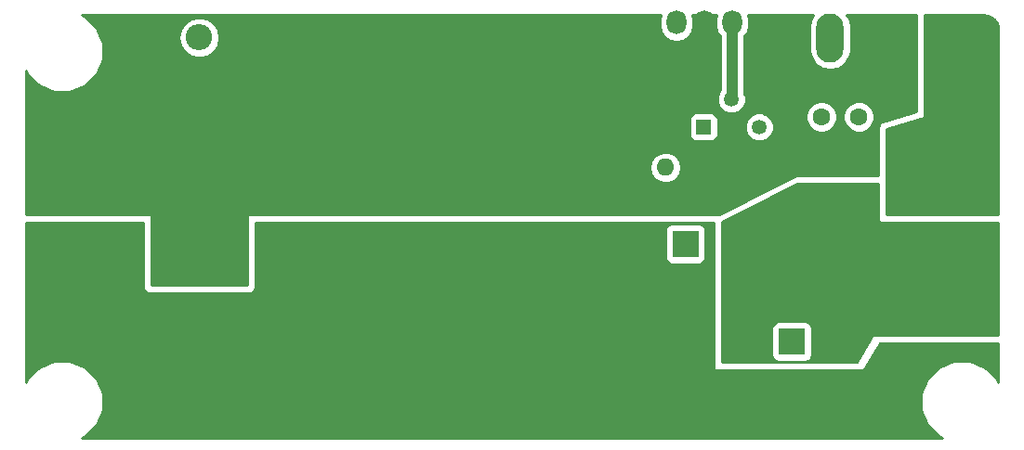
<source format=gtl>
G04 #@! TF.GenerationSoftware,KiCad,Pcbnew,(5.0.0-3-g5ebb6b6)*
G04 #@! TF.CreationDate,2018-08-10T20:06:04-07:00*
G04 #@! TF.ProjectId,juma-adj-cx,6A756D612D61646A2D63782E6B696361,rev?*
G04 #@! TF.SameCoordinates,Original*
G04 #@! TF.FileFunction,Copper,L1,Top,Signal*
G04 #@! TF.FilePolarity,Positive*
%FSLAX46Y46*%
G04 Gerber Fmt 4.6, Leading zero omitted, Abs format (unit mm)*
G04 Created by KiCad (PCBNEW (5.0.0-3-g5ebb6b6)) date Friday, August 10, 2018 at 08:06:04 PM*
%MOMM*%
%LPD*%
G01*
G04 APERTURE LIST*
G04 #@! TA.AperFunction,ComponentPad*
%ADD10R,2.400000X2.400000*%
G04 #@! TD*
G04 #@! TA.AperFunction,ComponentPad*
%ADD11C,2.400000*%
G04 #@! TD*
G04 #@! TA.AperFunction,ComponentPad*
%ADD12R,4.000000X4.000000*%
G04 #@! TD*
G04 #@! TA.AperFunction,ComponentPad*
%ADD13C,4.000000*%
G04 #@! TD*
G04 #@! TA.AperFunction,ComponentPad*
%ADD14O,8.500000X3.400000*%
G04 #@! TD*
G04 #@! TA.AperFunction,ComponentPad*
%ADD15C,2.000000*%
G04 #@! TD*
G04 #@! TA.AperFunction,ComponentPad*
%ADD16O,2.500000X4.500000*%
G04 #@! TD*
G04 #@! TA.AperFunction,ComponentPad*
%ADD17O,1.800000X2.200000*%
G04 #@! TD*
G04 #@! TA.AperFunction,ComponentPad*
%ADD18R,1.346200X1.346200*%
G04 #@! TD*
G04 #@! TA.AperFunction,ComponentPad*
%ADD19C,1.346200*%
G04 #@! TD*
G04 #@! TA.AperFunction,ComponentPad*
%ADD20O,2.400000X2.400000*%
G04 #@! TD*
G04 #@! TA.AperFunction,ComponentPad*
%ADD21C,1.600000*%
G04 #@! TD*
G04 #@! TA.AperFunction,ComponentPad*
%ADD22O,1.600000X1.600000*%
G04 #@! TD*
G04 #@! TA.AperFunction,ViaPad*
%ADD23C,0.800000*%
G04 #@! TD*
G04 #@! TA.AperFunction,Conductor*
%ADD24C,1.000000*%
G04 #@! TD*
G04 #@! TA.AperFunction,Conductor*
%ADD25C,0.254000*%
G04 #@! TD*
G04 APERTURE END LIST*
D10*
G04 #@! TO.P,C3,1*
G04 #@! TO.N,Net-(C3-Pad1)*
X140800000Y-111600000D03*
D11*
G04 #@! TO.P,C3,2*
G04 #@! TO.N,Net-(C1-Pad2)*
X145800000Y-111600000D03*
G04 #@! TD*
G04 #@! TO.P,C4,2*
G04 #@! TO.N,Net-(C1-Pad2)*
X155500000Y-120500000D03*
D10*
G04 #@! TO.P,C4,1*
G04 #@! TO.N,Net-(C4-Pad1)*
X150500000Y-120500000D03*
G04 #@! TD*
D12*
G04 #@! TO.P,C2,1*
G04 #@! TO.N,Net-(C1-Pad1)*
X119000000Y-105000000D03*
D13*
G04 #@! TO.P,C2,2*
G04 #@! TO.N,Net-(C1-Pad2)*
X119000000Y-115000000D03*
G04 #@! TD*
D14*
G04 #@! TO.P,J4,1*
G04 #@! TO.N,Net-(C1-Pad2)*
X164000000Y-114000000D03*
D15*
X161460000Y-114000000D03*
G04 #@! TD*
D14*
G04 #@! TO.P,J2,1*
G04 #@! TO.N,Net-(C1-Pad2)*
X86000000Y-114000000D03*
D15*
X83460000Y-114000000D03*
G04 #@! TD*
D14*
G04 #@! TO.P,J3,1*
G04 #@! TO.N,Net-(J3-Pad1)*
X164000000Y-105000000D03*
D15*
X161460000Y-105000000D03*
G04 #@! TD*
D14*
G04 #@! TO.P,J1,1*
G04 #@! TO.N,Net-(C1-Pad1)*
X86000000Y-105000000D03*
D15*
X83460000Y-105000000D03*
G04 #@! TD*
D16*
G04 #@! TO.P,Q2,1*
G04 #@! TO.N,Net-(Q1-Pad1)*
X154000000Y-92800000D03*
G04 #@! TO.P,Q2,2*
G04 #@! TO.N,Net-(C1-Pad1)*
X159450000Y-92800000D03*
G04 #@! TO.P,Q2,3*
G04 #@! TO.N,Net-(J3-Pad1)*
X164900000Y-92800000D03*
G04 #@! TD*
D11*
G04 #@! TO.P,C1,2*
G04 #@! TO.N,Net-(C1-Pad2)*
X96500000Y-127000000D03*
G04 #@! TO.P,C1,1*
G04 #@! TO.N,Net-(C1-Pad1)*
X96500000Y-112000000D03*
G04 #@! TD*
D17*
G04 #@! TO.P,Q1,1*
G04 #@! TO.N,Net-(Q1-Pad1)*
X140000000Y-91400000D03*
G04 #@! TO.P,Q1,2*
G04 #@! TO.N,Net-(C1-Pad1)*
X142540000Y-91400000D03*
G04 #@! TO.P,Q1,3*
G04 #@! TO.N,Net-(C4-Pad1)*
X145080000Y-91400000D03*
G04 #@! TD*
D18*
G04 #@! TO.P,RV1,1*
G04 #@! TO.N,Net-(C3-Pad1)*
X142460000Y-100923800D03*
D19*
G04 #@! TO.P,RV1,2*
G04 #@! TO.N,Net-(C4-Pad1)*
X145000000Y-98383800D03*
G04 #@! TO.P,RV1,3*
G04 #@! TO.N,Net-(R3-Pad1)*
X147540000Y-100923800D03*
G04 #@! TD*
D11*
G04 #@! TO.P,R1,1*
G04 #@! TO.N,Net-(C1-Pad1)*
X96500000Y-108000000D03*
D20*
G04 #@! TO.P,R1,2*
G04 #@! TO.N,Net-(C1-Pad2)*
X96500000Y-92760000D03*
G04 #@! TD*
D21*
G04 #@! TO.P,R2,1*
G04 #@! TO.N,Net-(C1-Pad1)*
X139000000Y-97000000D03*
D22*
G04 #@! TO.P,R2,2*
G04 #@! TO.N,Net-(C3-Pad1)*
X139000000Y-104620000D03*
G04 #@! TD*
G04 #@! TO.P,R3,2*
G04 #@! TO.N,Net-(C1-Pad2)*
X153200000Y-107620000D03*
D21*
G04 #@! TO.P,R3,1*
G04 #@! TO.N,Net-(R3-Pad1)*
X153200000Y-100000000D03*
G04 #@! TD*
G04 #@! TO.P,R4,1*
G04 #@! TO.N,Net-(Q1-Pad1)*
X156600000Y-100000000D03*
D22*
G04 #@! TO.P,R4,2*
G04 #@! TO.N,Net-(C1-Pad2)*
X156600000Y-107620000D03*
G04 #@! TD*
D23*
G04 #@! TO.N,Net-(C1-Pad2)*
X84000000Y-111000000D03*
X86000000Y-110000000D03*
X88000000Y-111000000D03*
X90000000Y-110000000D03*
X160000000Y-111000000D03*
X164000000Y-111000000D03*
X166000000Y-110000000D03*
X168000000Y-111000000D03*
X84000000Y-118000000D03*
X88000000Y-118000000D03*
X136000000Y-118000000D03*
X160000000Y-117000000D03*
X168000000Y-117000000D03*
X84000000Y-120000000D03*
X86000000Y-119000000D03*
X88000000Y-120000000D03*
X102000000Y-119000000D03*
X136000000Y-120000000D03*
X138000000Y-119000000D03*
X162000000Y-118000000D03*
X166000000Y-118000000D03*
X86000000Y-121000000D03*
X88000000Y-122000000D03*
X102000000Y-121000000D03*
X104000000Y-122000000D03*
X134000000Y-121000000D03*
X138000000Y-121000000D03*
X140000000Y-122000000D03*
X102000000Y-123000000D03*
X104000000Y-124000000D03*
X106000000Y-123000000D03*
X132000000Y-124000000D03*
X134000000Y-123000000D03*
X138000000Y-123000000D03*
X140000000Y-124000000D03*
X144000000Y-124000000D03*
X160000000Y-124000000D03*
X102000000Y-125000000D03*
X104000000Y-126000000D03*
X106000000Y-125000000D03*
X108000000Y-126000000D03*
X128000000Y-126000000D03*
X130000000Y-125000000D03*
X132000000Y-126000000D03*
X134000000Y-125000000D03*
X136000000Y-126000000D03*
X138000000Y-125000000D03*
X140000000Y-126000000D03*
X142000000Y-125000000D03*
X144000000Y-126000000D03*
X160000000Y-126000000D03*
X102000000Y-127000000D03*
X104000000Y-128000000D03*
X106000000Y-127000000D03*
X108000000Y-128000000D03*
X110000000Y-127000000D03*
X112000000Y-128000000D03*
X120400000Y-128000000D03*
X124000000Y-128000000D03*
X126000000Y-127000000D03*
X128000000Y-128000000D03*
X130000000Y-127000000D03*
X132000000Y-128000000D03*
X134000000Y-127000000D03*
X136000000Y-128000000D03*
X138000000Y-127000000D03*
X140000000Y-128000000D03*
X142000000Y-127000000D03*
X144000000Y-128000000D03*
X162000000Y-129000000D03*
X82000000Y-121000000D03*
X82000000Y-119000000D03*
X82000000Y-117000000D03*
X82000000Y-112000000D03*
X82000000Y-110000000D03*
X90000000Y-112000000D03*
X102000000Y-117000000D03*
X164000000Y-117000000D03*
X142000000Y-123000000D03*
X156000000Y-128000000D03*
X136000000Y-124000000D03*
X136000000Y-122000000D03*
X138000000Y-117000000D03*
X140000000Y-120000000D03*
X140000000Y-118000000D03*
X142000000Y-121000000D03*
X142000000Y-119000000D03*
X162000000Y-123000000D03*
X160000000Y-128000000D03*
X150000000Y-129000000D03*
X152000000Y-128000000D03*
X150000000Y-127000000D03*
X146000000Y-127000000D03*
X146000000Y-125000000D03*
X146000000Y-129000000D03*
X148000000Y-128000000D03*
X148000000Y-126000000D03*
X158000000Y-129000000D03*
X158000000Y-127000000D03*
X154000000Y-129000000D03*
X142000000Y-129000000D03*
X138000000Y-129000000D03*
X134000000Y-129000000D03*
X130000000Y-129000000D03*
X126000000Y-129000000D03*
X110000000Y-129000000D03*
X106000000Y-129000000D03*
X102000000Y-129000000D03*
X114000000Y-129000000D03*
X118000000Y-129000000D03*
X116000000Y-128000000D03*
X122000000Y-129000000D03*
X86000000Y-117000000D03*
X88000000Y-124000000D03*
X88000000Y-128000000D03*
X90000000Y-121000000D03*
X90000000Y-119000000D03*
X90000000Y-117000000D03*
X90000000Y-125000000D03*
X90000000Y-127000000D03*
X90000000Y-123000000D03*
X90000000Y-129000000D03*
X160000000Y-122000000D03*
X162000000Y-121000000D03*
X166000000Y-121000000D03*
X164000000Y-122000000D03*
X168000000Y-122000000D03*
X162000000Y-110000000D03*
X86000000Y-110000000D03*
G04 #@! TD*
D24*
G04 #@! TO.N,Net-(C4-Pad1)*
X145080000Y-98303800D02*
X145000000Y-98383800D01*
X145080000Y-91100000D02*
X145080000Y-98303800D01*
G04 #@! TD*
D25*
G04 #@! TO.N,Net-(J3-Pad1)*
G36*
X168362294Y-90761047D02*
X168695467Y-90912531D01*
X168972728Y-91151435D01*
X169171794Y-91458556D01*
X169283613Y-91832455D01*
X169298001Y-92026065D01*
X169298001Y-108873000D01*
X159127000Y-108873000D01*
X159127000Y-101095797D01*
X162534890Y-100122114D01*
X162578965Y-100099467D01*
X162611018Y-100061677D01*
X162627000Y-100000000D01*
X162627000Y-90702000D01*
X167949988Y-90702000D01*
X168362294Y-90761047D01*
X168362294Y-90761047D01*
G37*
X168362294Y-90761047D02*
X168695467Y-90912531D01*
X168972728Y-91151435D01*
X169171794Y-91458556D01*
X169283613Y-91832455D01*
X169298001Y-92026065D01*
X169298001Y-108873000D01*
X159127000Y-108873000D01*
X159127000Y-101095797D01*
X162534890Y-100122114D01*
X162578965Y-100099467D01*
X162611018Y-100061677D01*
X162627000Y-100000000D01*
X162627000Y-90702000D01*
X167949988Y-90702000D01*
X168362294Y-90761047D01*
G04 #@! TO.N,Net-(C1-Pad1)*
G36*
X138473000Y-91049608D02*
X138473000Y-91750393D01*
X138561598Y-92195806D01*
X138899095Y-92700905D01*
X139404195Y-93038402D01*
X140000000Y-93156915D01*
X140595806Y-93038402D01*
X141100905Y-92700905D01*
X141438402Y-92195805D01*
X141527000Y-91750392D01*
X141527000Y-91049607D01*
X141457857Y-90702000D01*
X143622143Y-90702000D01*
X143553000Y-91049608D01*
X143553000Y-91750393D01*
X143641598Y-92195806D01*
X143953000Y-92661851D01*
X143953001Y-97592181D01*
X143897829Y-97647353D01*
X143699900Y-98125194D01*
X143699900Y-98642406D01*
X143897829Y-99120247D01*
X144263553Y-99485971D01*
X144741394Y-99683900D01*
X145258606Y-99683900D01*
X145736447Y-99485971D01*
X146102171Y-99120247D01*
X146300100Y-98642406D01*
X146300100Y-98125194D01*
X146207000Y-97900432D01*
X146207000Y-92661851D01*
X146518402Y-92195805D01*
X146607000Y-91750392D01*
X146607000Y-91049607D01*
X146537857Y-90702000D01*
X152476212Y-90702000D01*
X152231905Y-91067632D01*
X152123000Y-91615135D01*
X152123001Y-93984866D01*
X152231906Y-94532369D01*
X152646760Y-95153241D01*
X153267632Y-95568095D01*
X154000000Y-95713772D01*
X154732369Y-95568095D01*
X155353241Y-95153241D01*
X155768095Y-94532369D01*
X155877000Y-93984866D01*
X155877000Y-91615134D01*
X155768095Y-91067631D01*
X155523788Y-90702000D01*
X161873000Y-90702000D01*
X161873000Y-99527053D01*
X158827750Y-100397124D01*
X158556644Y-100556644D01*
X158420728Y-100760057D01*
X158373000Y-101000000D01*
X158373000Y-105373000D01*
X151000000Y-105373000D01*
X150719597Y-105439194D01*
X143851985Y-108873000D01*
X101000000Y-108873000D01*
X100951399Y-108882667D01*
X100910197Y-108910197D01*
X100882667Y-108951399D01*
X100873000Y-109000000D01*
X100873000Y-115373000D01*
X92127000Y-115373000D01*
X92127000Y-109000000D01*
X92117333Y-108951399D01*
X92089803Y-108910197D01*
X92048601Y-108882667D01*
X92000000Y-108873000D01*
X80702000Y-108873000D01*
X80702000Y-104620000D01*
X137545044Y-104620000D01*
X137655796Y-105176788D01*
X137971191Y-105648809D01*
X138443212Y-105964204D01*
X138859456Y-106047000D01*
X139140544Y-106047000D01*
X139556788Y-105964204D01*
X140028809Y-105648809D01*
X140344204Y-105176788D01*
X140454956Y-104620000D01*
X140344204Y-104063212D01*
X140028809Y-103591191D01*
X139556788Y-103275796D01*
X139140544Y-103193000D01*
X138859456Y-103193000D01*
X138443212Y-103275796D01*
X137971191Y-103591191D01*
X137655796Y-104063212D01*
X137545044Y-104620000D01*
X80702000Y-104620000D01*
X80702000Y-100250700D01*
X141147617Y-100250700D01*
X141147617Y-101596900D01*
X141196280Y-101841543D01*
X141334859Y-102048941D01*
X141542257Y-102187520D01*
X141786900Y-102236183D01*
X143133100Y-102236183D01*
X143377743Y-102187520D01*
X143585141Y-102048941D01*
X143723720Y-101841543D01*
X143772383Y-101596900D01*
X143772383Y-100665194D01*
X146239900Y-100665194D01*
X146239900Y-101182406D01*
X146437829Y-101660247D01*
X146803553Y-102025971D01*
X147281394Y-102223900D01*
X147798606Y-102223900D01*
X148276447Y-102025971D01*
X148642171Y-101660247D01*
X148840100Y-101182406D01*
X148840100Y-100665194D01*
X148642171Y-100187353D01*
X148276447Y-99821629D01*
X148021804Y-99716152D01*
X151773000Y-99716152D01*
X151773000Y-100283848D01*
X151990247Y-100808331D01*
X152391669Y-101209753D01*
X152916152Y-101427000D01*
X153483848Y-101427000D01*
X154008331Y-101209753D01*
X154409753Y-100808331D01*
X154627000Y-100283848D01*
X154627000Y-99716152D01*
X155173000Y-99716152D01*
X155173000Y-100283848D01*
X155390247Y-100808331D01*
X155791669Y-101209753D01*
X156316152Y-101427000D01*
X156883848Y-101427000D01*
X157408331Y-101209753D01*
X157809753Y-100808331D01*
X158027000Y-100283848D01*
X158027000Y-99716152D01*
X157809753Y-99191669D01*
X157408331Y-98790247D01*
X156883848Y-98573000D01*
X156316152Y-98573000D01*
X155791669Y-98790247D01*
X155390247Y-99191669D01*
X155173000Y-99716152D01*
X154627000Y-99716152D01*
X154409753Y-99191669D01*
X154008331Y-98790247D01*
X153483848Y-98573000D01*
X152916152Y-98573000D01*
X152391669Y-98790247D01*
X151990247Y-99191669D01*
X151773000Y-99716152D01*
X148021804Y-99716152D01*
X147798606Y-99623700D01*
X147281394Y-99623700D01*
X146803553Y-99821629D01*
X146437829Y-100187353D01*
X146239900Y-100665194D01*
X143772383Y-100665194D01*
X143772383Y-100250700D01*
X143723720Y-100006057D01*
X143585141Y-99798659D01*
X143377743Y-99660080D01*
X143133100Y-99611417D01*
X141786900Y-99611417D01*
X141542257Y-99660080D01*
X141334859Y-99798659D01*
X141196280Y-100006057D01*
X141147617Y-100250700D01*
X80702000Y-100250700D01*
X80702000Y-95777044D01*
X80840402Y-96111176D01*
X81888824Y-97159598D01*
X83258654Y-97727000D01*
X84741346Y-97727000D01*
X86111176Y-97159598D01*
X87159598Y-96111176D01*
X87727000Y-94741346D01*
X87727000Y-93258654D01*
X87520451Y-92760000D01*
X94637207Y-92760000D01*
X94779004Y-93472860D01*
X95182806Y-94077194D01*
X95787140Y-94480996D01*
X96320057Y-94587000D01*
X96679943Y-94587000D01*
X97212860Y-94480996D01*
X97817194Y-94077194D01*
X98220996Y-93472860D01*
X98362793Y-92760000D01*
X98220996Y-92047140D01*
X97817194Y-91442806D01*
X97212860Y-91039004D01*
X96679943Y-90933000D01*
X96320057Y-90933000D01*
X95787140Y-91039004D01*
X95182806Y-91442806D01*
X94779004Y-92047140D01*
X94637207Y-92760000D01*
X87520451Y-92760000D01*
X87159598Y-91888824D01*
X86111176Y-90840402D01*
X85777044Y-90702000D01*
X138542143Y-90702000D01*
X138473000Y-91049608D01*
X138473000Y-91049608D01*
G37*
X138473000Y-91049608D02*
X138473000Y-91750393D01*
X138561598Y-92195806D01*
X138899095Y-92700905D01*
X139404195Y-93038402D01*
X140000000Y-93156915D01*
X140595806Y-93038402D01*
X141100905Y-92700905D01*
X141438402Y-92195805D01*
X141527000Y-91750392D01*
X141527000Y-91049607D01*
X141457857Y-90702000D01*
X143622143Y-90702000D01*
X143553000Y-91049608D01*
X143553000Y-91750393D01*
X143641598Y-92195806D01*
X143953000Y-92661851D01*
X143953001Y-97592181D01*
X143897829Y-97647353D01*
X143699900Y-98125194D01*
X143699900Y-98642406D01*
X143897829Y-99120247D01*
X144263553Y-99485971D01*
X144741394Y-99683900D01*
X145258606Y-99683900D01*
X145736447Y-99485971D01*
X146102171Y-99120247D01*
X146300100Y-98642406D01*
X146300100Y-98125194D01*
X146207000Y-97900432D01*
X146207000Y-92661851D01*
X146518402Y-92195805D01*
X146607000Y-91750392D01*
X146607000Y-91049607D01*
X146537857Y-90702000D01*
X152476212Y-90702000D01*
X152231905Y-91067632D01*
X152123000Y-91615135D01*
X152123001Y-93984866D01*
X152231906Y-94532369D01*
X152646760Y-95153241D01*
X153267632Y-95568095D01*
X154000000Y-95713772D01*
X154732369Y-95568095D01*
X155353241Y-95153241D01*
X155768095Y-94532369D01*
X155877000Y-93984866D01*
X155877000Y-91615134D01*
X155768095Y-91067631D01*
X155523788Y-90702000D01*
X161873000Y-90702000D01*
X161873000Y-99527053D01*
X158827750Y-100397124D01*
X158556644Y-100556644D01*
X158420728Y-100760057D01*
X158373000Y-101000000D01*
X158373000Y-105373000D01*
X151000000Y-105373000D01*
X150719597Y-105439194D01*
X143851985Y-108873000D01*
X101000000Y-108873000D01*
X100951399Y-108882667D01*
X100910197Y-108910197D01*
X100882667Y-108951399D01*
X100873000Y-109000000D01*
X100873000Y-115373000D01*
X92127000Y-115373000D01*
X92127000Y-109000000D01*
X92117333Y-108951399D01*
X92089803Y-108910197D01*
X92048601Y-108882667D01*
X92000000Y-108873000D01*
X80702000Y-108873000D01*
X80702000Y-104620000D01*
X137545044Y-104620000D01*
X137655796Y-105176788D01*
X137971191Y-105648809D01*
X138443212Y-105964204D01*
X138859456Y-106047000D01*
X139140544Y-106047000D01*
X139556788Y-105964204D01*
X140028809Y-105648809D01*
X140344204Y-105176788D01*
X140454956Y-104620000D01*
X140344204Y-104063212D01*
X140028809Y-103591191D01*
X139556788Y-103275796D01*
X139140544Y-103193000D01*
X138859456Y-103193000D01*
X138443212Y-103275796D01*
X137971191Y-103591191D01*
X137655796Y-104063212D01*
X137545044Y-104620000D01*
X80702000Y-104620000D01*
X80702000Y-100250700D01*
X141147617Y-100250700D01*
X141147617Y-101596900D01*
X141196280Y-101841543D01*
X141334859Y-102048941D01*
X141542257Y-102187520D01*
X141786900Y-102236183D01*
X143133100Y-102236183D01*
X143377743Y-102187520D01*
X143585141Y-102048941D01*
X143723720Y-101841543D01*
X143772383Y-101596900D01*
X143772383Y-100665194D01*
X146239900Y-100665194D01*
X146239900Y-101182406D01*
X146437829Y-101660247D01*
X146803553Y-102025971D01*
X147281394Y-102223900D01*
X147798606Y-102223900D01*
X148276447Y-102025971D01*
X148642171Y-101660247D01*
X148840100Y-101182406D01*
X148840100Y-100665194D01*
X148642171Y-100187353D01*
X148276447Y-99821629D01*
X148021804Y-99716152D01*
X151773000Y-99716152D01*
X151773000Y-100283848D01*
X151990247Y-100808331D01*
X152391669Y-101209753D01*
X152916152Y-101427000D01*
X153483848Y-101427000D01*
X154008331Y-101209753D01*
X154409753Y-100808331D01*
X154627000Y-100283848D01*
X154627000Y-99716152D01*
X155173000Y-99716152D01*
X155173000Y-100283848D01*
X155390247Y-100808331D01*
X155791669Y-101209753D01*
X156316152Y-101427000D01*
X156883848Y-101427000D01*
X157408331Y-101209753D01*
X157809753Y-100808331D01*
X158027000Y-100283848D01*
X158027000Y-99716152D01*
X157809753Y-99191669D01*
X157408331Y-98790247D01*
X156883848Y-98573000D01*
X156316152Y-98573000D01*
X155791669Y-98790247D01*
X155390247Y-99191669D01*
X155173000Y-99716152D01*
X154627000Y-99716152D01*
X154409753Y-99191669D01*
X154008331Y-98790247D01*
X153483848Y-98573000D01*
X152916152Y-98573000D01*
X152391669Y-98790247D01*
X151990247Y-99191669D01*
X151773000Y-99716152D01*
X148021804Y-99716152D01*
X147798606Y-99623700D01*
X147281394Y-99623700D01*
X146803553Y-99821629D01*
X146437829Y-100187353D01*
X146239900Y-100665194D01*
X143772383Y-100665194D01*
X143772383Y-100250700D01*
X143723720Y-100006057D01*
X143585141Y-99798659D01*
X143377743Y-99660080D01*
X143133100Y-99611417D01*
X141786900Y-99611417D01*
X141542257Y-99660080D01*
X141334859Y-99798659D01*
X141196280Y-100006057D01*
X141147617Y-100250700D01*
X80702000Y-100250700D01*
X80702000Y-95777044D01*
X80840402Y-96111176D01*
X81888824Y-97159598D01*
X83258654Y-97727000D01*
X84741346Y-97727000D01*
X86111176Y-97159598D01*
X87159598Y-96111176D01*
X87727000Y-94741346D01*
X87727000Y-93258654D01*
X87520451Y-92760000D01*
X94637207Y-92760000D01*
X94779004Y-93472860D01*
X95182806Y-94077194D01*
X95787140Y-94480996D01*
X96320057Y-94587000D01*
X96679943Y-94587000D01*
X97212860Y-94480996D01*
X97817194Y-94077194D01*
X98220996Y-93472860D01*
X98362793Y-92760000D01*
X98220996Y-92047140D01*
X97817194Y-91442806D01*
X97212860Y-91039004D01*
X96679943Y-90933000D01*
X96320057Y-90933000D01*
X95787140Y-91039004D01*
X95182806Y-91442806D01*
X94779004Y-92047140D01*
X94637207Y-92760000D01*
X87520451Y-92760000D01*
X87159598Y-91888824D01*
X86111176Y-90840402D01*
X85777044Y-90702000D01*
X138542143Y-90702000D01*
X138473000Y-91049608D01*
G04 #@! TO.N,Net-(C1-Pad2)*
G36*
X158373000Y-109500000D02*
X158382667Y-109548601D01*
X158410197Y-109589803D01*
X158451399Y-109617333D01*
X158500000Y-109627000D01*
X169298000Y-109627000D01*
X169298000Y-119873000D01*
X158000000Y-119873000D01*
X157951399Y-119882667D01*
X157910197Y-119910197D01*
X157891098Y-119934659D01*
X156428093Y-122373000D01*
X144127000Y-122373000D01*
X144127000Y-119300000D01*
X148660717Y-119300000D01*
X148660717Y-121700000D01*
X148709380Y-121944643D01*
X148847959Y-122152041D01*
X149055357Y-122290620D01*
X149300000Y-122339283D01*
X151700000Y-122339283D01*
X151944643Y-122290620D01*
X152152041Y-122152041D01*
X152290620Y-121944643D01*
X152339283Y-121700000D01*
X152339283Y-119300000D01*
X152290620Y-119055357D01*
X152152041Y-118847959D01*
X151944643Y-118709380D01*
X151700000Y-118660717D01*
X149300000Y-118660717D01*
X149055357Y-118709380D01*
X148847959Y-118847959D01*
X148709380Y-119055357D01*
X148660717Y-119300000D01*
X144127000Y-119300000D01*
X144127000Y-109578490D01*
X151029980Y-106127000D01*
X158373000Y-106127000D01*
X158373000Y-109500000D01*
X158373000Y-109500000D01*
G37*
X158373000Y-109500000D02*
X158382667Y-109548601D01*
X158410197Y-109589803D01*
X158451399Y-109617333D01*
X158500000Y-109627000D01*
X169298000Y-109627000D01*
X169298000Y-119873000D01*
X158000000Y-119873000D01*
X157951399Y-119882667D01*
X157910197Y-119910197D01*
X157891098Y-119934659D01*
X156428093Y-122373000D01*
X144127000Y-122373000D01*
X144127000Y-119300000D01*
X148660717Y-119300000D01*
X148660717Y-121700000D01*
X148709380Y-121944643D01*
X148847959Y-122152041D01*
X149055357Y-122290620D01*
X149300000Y-122339283D01*
X151700000Y-122339283D01*
X151944643Y-122290620D01*
X152152041Y-122152041D01*
X152290620Y-121944643D01*
X152339283Y-121700000D01*
X152339283Y-119300000D01*
X152290620Y-119055357D01*
X152152041Y-118847959D01*
X151944643Y-118709380D01*
X151700000Y-118660717D01*
X149300000Y-118660717D01*
X149055357Y-118709380D01*
X148847959Y-118847959D01*
X148709380Y-119055357D01*
X148660717Y-119300000D01*
X144127000Y-119300000D01*
X144127000Y-109578490D01*
X151029980Y-106127000D01*
X158373000Y-106127000D01*
X158373000Y-109500000D01*
G36*
X91373000Y-115500000D02*
X91420728Y-115739943D01*
X91556644Y-115943356D01*
X91760057Y-116079272D01*
X92000000Y-116127000D01*
X101000000Y-116127000D01*
X101239943Y-116079272D01*
X101443356Y-115943356D01*
X101579272Y-115739943D01*
X101627000Y-115500000D01*
X101627000Y-110400000D01*
X138960717Y-110400000D01*
X138960717Y-112800000D01*
X139009380Y-113044643D01*
X139147959Y-113252041D01*
X139355357Y-113390620D01*
X139600000Y-113439283D01*
X142000000Y-113439283D01*
X142244643Y-113390620D01*
X142452041Y-113252041D01*
X142590620Y-113044643D01*
X142639283Y-112800000D01*
X142639283Y-110400000D01*
X142590620Y-110155357D01*
X142452041Y-109947959D01*
X142244643Y-109809380D01*
X142000000Y-109760717D01*
X139600000Y-109760717D01*
X139355357Y-109809380D01*
X139147959Y-109947959D01*
X139009380Y-110155357D01*
X138960717Y-110400000D01*
X101627000Y-110400000D01*
X101627000Y-109627000D01*
X143373000Y-109627000D01*
X143373000Y-123000000D01*
X143382667Y-123048601D01*
X143410197Y-123089803D01*
X143451399Y-123117333D01*
X143500000Y-123127000D01*
X157000000Y-123127000D01*
X157048601Y-123117333D01*
X157089803Y-123089803D01*
X157108902Y-123065341D01*
X158571907Y-120627000D01*
X169298000Y-120627000D01*
X169298000Y-124222956D01*
X169159598Y-123888824D01*
X168111176Y-122840402D01*
X166741346Y-122273000D01*
X165258654Y-122273000D01*
X163888824Y-122840402D01*
X162840402Y-123888824D01*
X162273000Y-125258654D01*
X162273000Y-126741346D01*
X162840402Y-128111176D01*
X163888824Y-129159598D01*
X164222956Y-129298000D01*
X85777044Y-129298000D01*
X86111176Y-129159598D01*
X87159598Y-128111176D01*
X87727000Y-126741346D01*
X87727000Y-125258654D01*
X87159598Y-123888824D01*
X86111176Y-122840402D01*
X84741346Y-122273000D01*
X83258654Y-122273000D01*
X81888824Y-122840402D01*
X80840402Y-123888824D01*
X80702000Y-124222956D01*
X80702000Y-109627000D01*
X91373000Y-109627000D01*
X91373000Y-115500000D01*
X91373000Y-115500000D01*
G37*
X91373000Y-115500000D02*
X91420728Y-115739943D01*
X91556644Y-115943356D01*
X91760057Y-116079272D01*
X92000000Y-116127000D01*
X101000000Y-116127000D01*
X101239943Y-116079272D01*
X101443356Y-115943356D01*
X101579272Y-115739943D01*
X101627000Y-115500000D01*
X101627000Y-110400000D01*
X138960717Y-110400000D01*
X138960717Y-112800000D01*
X139009380Y-113044643D01*
X139147959Y-113252041D01*
X139355357Y-113390620D01*
X139600000Y-113439283D01*
X142000000Y-113439283D01*
X142244643Y-113390620D01*
X142452041Y-113252041D01*
X142590620Y-113044643D01*
X142639283Y-112800000D01*
X142639283Y-110400000D01*
X142590620Y-110155357D01*
X142452041Y-109947959D01*
X142244643Y-109809380D01*
X142000000Y-109760717D01*
X139600000Y-109760717D01*
X139355357Y-109809380D01*
X139147959Y-109947959D01*
X139009380Y-110155357D01*
X138960717Y-110400000D01*
X101627000Y-110400000D01*
X101627000Y-109627000D01*
X143373000Y-109627000D01*
X143373000Y-123000000D01*
X143382667Y-123048601D01*
X143410197Y-123089803D01*
X143451399Y-123117333D01*
X143500000Y-123127000D01*
X157000000Y-123127000D01*
X157048601Y-123117333D01*
X157089803Y-123089803D01*
X157108902Y-123065341D01*
X158571907Y-120627000D01*
X169298000Y-120627000D01*
X169298000Y-124222956D01*
X169159598Y-123888824D01*
X168111176Y-122840402D01*
X166741346Y-122273000D01*
X165258654Y-122273000D01*
X163888824Y-122840402D01*
X162840402Y-123888824D01*
X162273000Y-125258654D01*
X162273000Y-126741346D01*
X162840402Y-128111176D01*
X163888824Y-129159598D01*
X164222956Y-129298000D01*
X85777044Y-129298000D01*
X86111176Y-129159598D01*
X87159598Y-128111176D01*
X87727000Y-126741346D01*
X87727000Y-125258654D01*
X87159598Y-123888824D01*
X86111176Y-122840402D01*
X84741346Y-122273000D01*
X83258654Y-122273000D01*
X81888824Y-122840402D01*
X80840402Y-123888824D01*
X80702000Y-124222956D01*
X80702000Y-109627000D01*
X91373000Y-109627000D01*
X91373000Y-115500000D01*
G04 #@! TD*
M02*

</source>
